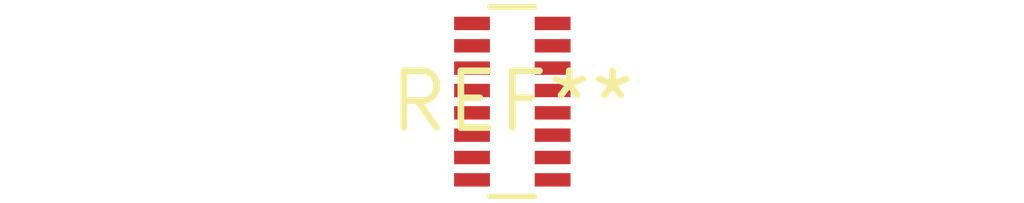
<source format=kicad_pcb>
(kicad_pcb (version 20240108) (generator pcbnew)
  (layers (0 "F.Cu" signal) (31 "B.Cu" signal) (34 "B.Paste" user) (35 "F.Paste" user) (36 "B.SilkS" user "B.Silkscreen") (37 "F.SilkS" user "F.Silkscreen") (38 "B.Mask" user) (39 "F.Mask" user) (44 "Edge.Cuts" user))
  (net 0 "")
  (footprint "R_Array_Convex_8x0602" (layer "F.Cu") (at 0 0)
    (property "Reference" "REF**")
    (property "Value" "R_Array_Convex_8x0602")
    (fp_line (start 0.5 -2.12) (end -0.5 -2.12) (layer "F.SilkS") (stroke (width 0.12)))
    (fp_line (start 0.5 2.12) (end -0.5 2.12) (layer "F.SilkS") (stroke (width 0.12)))
    (pad "1" smd rect (at -0.9 -1.75) (size 0.8 0.3) (layers "F.Cu" "F.Paste" "F.Mask"))
    (pad "2" smd rect (at -0.9 -1.25) (size 0.8 0.3) (layers "F.Cu" "F.Paste" "F.Mask"))
    (pad "3" smd rect (at -0.9 -0.75) (size 0.8 0.3) (layers "F.Cu" "F.Paste" "F.Mask"))
    (pad "4" smd rect (at -0.9 -0.25) (size 0.8 0.3) (layers "F.Cu" "F.Paste" "F.Mask"))
    (pad "5" smd rect (at -0.9 0.25) (size 0.8 0.3) (layers "F.Cu" "F.Paste" "F.Mask"))
    (pad "6" smd rect (at -0.9 0.75) (size 0.8 0.3) (layers "F.Cu" "F.Paste" "F.Mask"))
    (pad "7" smd rect (at -0.9 1.25) (size 0.8 0.3) (layers "F.Cu" "F.Paste" "F.Mask"))
    (pad "8" smd rect (at -0.9 1.75) (size 0.8 0.3) (layers "F.Cu" "F.Paste" "F.Mask"))
    (pad "9" smd rect (at 0.9 1.75) (size 0.8 0.3) (layers "F.Cu" "F.Paste" "F.Mask"))
    (pad "10" smd rect (at 0.9 1.25) (size 0.8 0.3) (layers "F.Cu" "F.Paste" "F.Mask"))
    (pad "11" smd rect (at 0.9 0.75) (size 0.8 0.3) (layers "F.Cu" "F.Paste" "F.Mask"))
    (pad "12" smd rect (at 0.9 0.25) (size 0.8 0.3) (layers "F.Cu" "F.Paste" "F.Mask"))
    (pad "13" smd rect (at 0.9 -0.25) (size 0.8 0.3) (layers "F.Cu" "F.Paste" "F.Mask"))
    (pad "14" smd rect (at 0.9 -0.75) (size 0.8 0.3) (layers "F.Cu" "F.Paste" "F.Mask"))
    (pad "15" smd rect (at 0.9 -1.25) (size 0.8 0.3) (layers "F.Cu" "F.Paste" "F.Mask"))
    (pad "16" smd rect (at 0.9 -1.75) (size 0.8 0.3) (layers "F.Cu" "F.Paste" "F.Mask"))
  )
)
</source>
